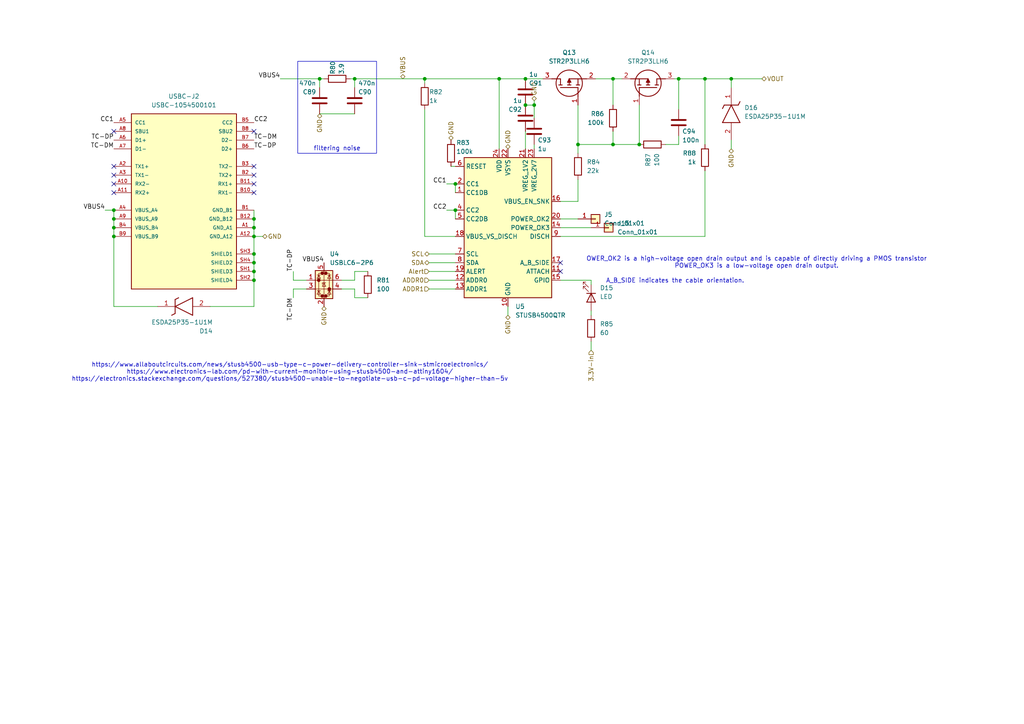
<source format=kicad_sch>
(kicad_sch (version 20250114) (generator "eeschema") (generator_version "9.0")
  (paper "A4")
  (lib_symbols
    (symbol "Connector_Generic:Conn_01x01" (pin_names (offset 1.016) (hide yes))
      (property "Reference" "J" (at 0 2.54 0))
      (property "Value" "Conn_01x01" (at 0 -2.54 0))
      (symbol "Conn_01x01_1_1"
        (rectangle (start -1.27 1.27) (end 1.27 -1.27) (stroke (width 0.254)) (fill (type background)))
        (rectangle (start -1.27 0.127) (end 0 -0.127) (stroke (width 0.1524)))
        (pin passive line (at -5.08 0 0) (length 3.81) (name "Pin_1") (number "1"))
      )
    )
    (symbol "Custom-Vincent:1054500101" (pin_names (offset 1.016))
      (property "Reference" "J" (at -15.24 26.162 0))
      (property "Value" "USBC-1054500101" (at -15.24 -27.94 0))
      (symbol "1054500101_0_0"
        (rectangle (start -15.24 -25.4) (end 15.24 25.4) (stroke (width 0.254)) (fill (type background)))
        (pin bidirectional line (at -20.32 22.86 0) (length 5.08) (name "CC1") (number "A5"))
        (pin bidirectional line (at -20.32 20.32 0) (length 5.08) (name "SBU1") (number "A8"))
        (pin bidirectional line (at -20.32 17.78 0) (length 5.08) (name "D1+") (number "A6"))
        (pin bidirectional line (at -20.32 15.24 0) (length 5.08) (name "D1-") (number "A7"))
        (pin bidirectional line (at -20.32 10.16 0) (length 5.08) (name "TX1+") (number "A2"))
        (pin bidirectional line (at -20.32 7.62 0) (length 5.08) (name "TX1-") (number "A3"))
        (pin bidirectional line (at -20.32 5.08 0) (length 5.08) (name "RX2-") (number "A10"))
        (pin bidirectional line (at -20.32 2.54 0) (length 5.08) (name "RX2+") (number "A11"))
        (pin power_in line (at -20.32 -2.54 0) (length 5.08) (name "VBUS_A4") (number "A4"))
        (pin power_in line (at -20.32 -5.08 0) (length 5.08) (name "VBUS_A9") (number "A9"))
        (pin power_in line (at -20.32 -7.62 0) (length 5.08) (name "VBUS_B4") (number "B4"))
        (pin power_in line (at -20.32 -10.16 0) (length 5.08) (name "VBUS_B9") (number "B9"))
        (pin bidirectional line (at 20.32 22.86 180) (length 5.08) (name "CC2") (number "B5"))
        (pin bidirectional line (at 20.32 20.32 180) (length 5.08) (name "SBU2") (number "B8"))
        (pin bidirectional line (at 20.32 17.78 180) (length 5.08) (name "D2-") (number "B7"))
        (pin bidirectional line (at 20.32 15.24 180) (length 5.08) (name "D2+") (number "B6"))
        (pin bidirectional line (at 20.32 10.16 180) (length 5.08) (name "TX2-") (number "B3"))
        (pin bidirectional line (at 20.32 7.62 180) (length 5.08) (name "TX2+") (number "B2"))
        (pin bidirectional line (at 20.32 5.08 180) (length 5.08) (name "RX1+") (number "B11"))
        (pin bidirectional line (at 20.32 2.54 180) (length 5.08) (name "RX1-") (number "B10"))
        (pin power_in line (at 20.32 -2.54 180) (length 5.08) (name "GND_B1") (number "B1"))
        (pin power_in line (at 20.32 -5.08 180) (length 5.08) (name "GND_B12") (number "B12"))
        (pin power_in line (at 20.32 -7.62 180) (length 5.08) (name "GND_A1") (number "A1"))
        (pin power_in line (at 20.32 -10.16 180) (length 5.08) (name "GND_A12") (number "A12"))
        (pin passive line (at 20.32 -15.24 180) (length 5.08) (name "SHIELD1") (number "SH3"))
        (pin passive line (at 20.32 -17.78 180) (length 5.08) (name "SHIELD2") (number "SH4"))
        (pin passive line (at 20.32 -20.32 180) (length 5.08) (name "SHIELD3") (number "SH1"))
        (pin passive line (at 20.32 -22.86 180) (length 5.08) (name "SHIELD4") (number "SH2"))
      )
    )
    (symbol "Custom-Vincent:ESDA25P35-1U1M" (pin_names (hide yes))
      (property "Reference" "D" (at 10.16 8.89 0))
      (property "Value" "ESDA25P35-1U1M" (at 10.16 6.35 0))
      (symbol "ESDA25P35-1U1M_1_1"
        (polyline (pts (xy 4.064 2.54) (xy 5.08 2.032)) (stroke (width 0.254)))
        (polyline (pts (xy 5.08 0) (xy 10.16 2.54)) (stroke (width 0.254)))
        (polyline (pts (xy 5.08 -2.032) (xy 5.08 2.032)) (stroke (width 0.254)))
        (polyline (pts (xy 5.08 -2.032) (xy 6.096 -2.54)) (stroke (width 0.254)))
        (polyline (pts (xy 10.16 -2.54) (xy 5.08 0)) (stroke (width 0.254)))
        (polyline (pts (xy 10.16 -2.54) (xy 10.16 2.54)) (stroke (width 0.254)))
        (pin passive line (at 0 0 0) (length 5.08) (name "K") (number "1"))
        (pin passive line (at 15.24 0 180) (length 5.08) (name "A") (number "2"))
      )
    )
    (symbol "Custom-Vincent:STR2P3LLH6" (pin_names (hide yes))
      (property "Reference" "Q" (at 11.43 3.81 0))
      (property "Value" "STR2P3LLH6" (at 11.43 1.27 0))
      (symbol "STR2P3LLH6_1_1"
        (polyline (pts (xy 2.54 0) (xy 5.08 0)) (stroke (width 0.254)))
        (polyline (pts (xy 5.08 5.08) (xy 5.08 0)) (stroke (width 0.254)))
        (polyline (pts (xy 5.842 5.588) (xy 5.842 4.572)) (stroke (width 0.254)))
        (polyline (pts (xy 5.842 2.032) (xy 5.842 3.048)) (stroke (width 0.254)))
        (polyline (pts (xy 5.842 0) (xy 7.62 0)) (stroke (width 0.254)))
        (polyline (pts (xy 5.842 -0.508) (xy 5.842 0.508)) (stroke (width 0.254)))
        (circle (center 6.35 2.54) (radius 3.81) (stroke (width 0.254)))
        (polyline (pts (xy 7.62 5.08) (xy 5.842 5.08)) (stroke (width 0.254)))
        (polyline (pts (xy 7.62 5.08) (xy 7.62 7.62)) (stroke (width 0.254)))
        (polyline (pts (xy 7.62 2.54) (xy 5.842 2.54)) (stroke (width 0.254)))
        (polyline (pts (xy 7.62 2.54) (xy 7.62 -2.54)) (stroke (width 0.254)))
        (polyline (pts (xy 7.62 2.54) (xy 6.604 3.048) (xy 6.604 2.032) (xy 7.62 2.54)) (stroke (width 0.254)) (fill (type outline)))
        (pin passive line (at 0 0 0) (length 2.54) (name "G") (number "1"))
        (pin passive line (at 7.62 10.16 270) (length 2.54) (name "D") (number "3"))
        (pin passive line (at 7.62 -5.08 90) (length 2.54) (name "S") (number "2"))
      )
    )
    (symbol "Device:C" (pin_numbers (hide yes)) (pin_names (offset 0.254))
      (property "Reference" "C" (at 0.635 2.54 0))
      (property "Value" "C" (at 0.635 -2.54 0))
      (symbol "C_0_1"
        (polyline (pts (xy -2.032 0.762) (xy 2.032 0.762)) (stroke (width 0.508)))
        (polyline (pts (xy -2.032 -0.762) (xy 2.032 -0.762)) (stroke (width 0.508)))
      )
      (symbol "C_1_1"
        (pin passive line (at 0 3.81 270) (length 2.794) (name "~") (number "1"))
        (pin passive line (at 0 -3.81 90) (length 2.794) (name "~") (number "2"))
      )
    )
    (symbol "Device:LED" (pin_numbers (hide yes)) (pin_names (offset 1.016) (hide yes))
      (property "Reference" "D" (at 0 2.54 0))
      (property "Value" "LED" (at 0 -2.54 0))
      (symbol "LED_0_1"
        (polyline (pts (xy -3.048 -0.762) (xy -4.572 -2.286) (xy -3.81 -2.286) (xy -4.572 -2.286) (xy -4.572 -1.524)))
        (polyline (pts (xy -1.778 -0.762) (xy -3.302 -2.286) (xy -2.54 -2.286) (xy -3.302 -2.286) (xy -3.302 -1.524)))
        (polyline (pts (xy -1.27 0) (xy 1.27 0)))
        (polyline (pts (xy -1.27 -1.27) (xy -1.27 1.27)) (stroke (width 0.254)))
        (polyline (pts (xy 1.27 -1.27) (xy 1.27 1.27) (xy -1.27 0) (xy 1.27 -1.27)) (stroke (width 0.254)))
      )
      (symbol "LED_1_1"
        (pin passive line (at -3.81 0 0) (length 2.54) (name "K") (number "1"))
        (pin passive line (at 3.81 0 180) (length 2.54) (name "A") (number "2"))
      )
    )
    (symbol "Device:R" (pin_numbers (hide yes)) (pin_names (offset 0))
      (property "Reference" "R" (at 2.032 0 90))
      (property "Value" "R" (at 0 0 90))
      (symbol "R_0_1"
        (rectangle (start -1.016 -2.54) (end 1.016 2.54) (stroke (width 0.254)))
      )
      (symbol "R_1_1"
        (pin passive line (at 0 3.81 270) (length 1.27) (name "~") (number "1"))
        (pin passive line (at 0 -3.81 90) (length 1.27) (name "~") (number "2"))
      )
    )
    (symbol "Interface_USB:STUSB4500QTR"
      (property "Reference" "U" (at -12.7 21.59 0))
      (property "Value" "STUSB4500QTR" (at 8.89 -21.59 0))
      (symbol "STUSB4500QTR_0_1"
        (rectangle (start -12.7 20.32) (end 12.7 -20.32) (stroke (width 0.254)) (fill (type background)))
      )
      (symbol "STUSB4500QTR_1_1"
        (pin input line (at -15.24 17.78 0) (length 2.54) (name "RESET") (number "6"))
        (pin bidirectional line (at -15.24 12.7 0) (length 2.54) (name "CC1") (number "2"))
        (pin bidirectional line (at -15.24 10.16 0) (length 2.54) (name "CC1DB") (number "1"))
        (pin bidirectional line (at -15.24 5.08 0) (length 2.54) (name "CC2") (number "4"))
        (pin bidirectional line (at -15.24 2.54 0) (length 2.54) (name "CC2DB") (number "5"))
        (pin input line (at -15.24 -2.54 0) (length 2.54) (name "VBUS_VS_DISCH") (number "18"))
        (pin input line (at -15.24 -7.62 0) (length 2.54) (name "SCL") (number "7"))
        (pin bidirectional line (at -15.24 -10.16 0) (length 2.54) (name "SDA") (number "8"))
        (pin open_collector line (at -15.24 -12.7 0) (length 2.54) (name "ALERT") (number "19"))
        (pin input line (at -15.24 -15.24 0) (length 2.54) (name "ADDR0") (number "12"))
        (pin input line (at -15.24 -17.78 0) (length 2.54) (name "ADDR1") (number "13"))
        (pin no_connect line (at -12.7 15.24 0) (length 2.54) (hide yes) (name "NC") (number "3"))
        (pin power_in line (at -2.54 22.86 270) (length 2.54) (name "VDD") (number "24"))
        (pin power_in line (at 0 22.86 270) (length 2.54) (name "VSYS") (number "22"))
        (pin power_in line (at 0 -22.86 90) (length 2.54) (name "GND") (number "10"))
        (pin passive line (at 0 -22.86 90) (length 2.54) (hide yes) (name "GND") (number "25"))
        (pin power_out line (at 5.08 22.86 270) (length 2.54) (name "VREG_1V2") (number "21"))
        (pin power_out line (at 7.62 22.86 270) (length 2.54) (name "VREG_2V7") (number "23"))
        (pin open_collector line (at 15.24 7.62 180) (length 2.54) (name "VBUS_EN_SNK") (number "16"))
        (pin open_collector line (at 15.24 2.54 180) (length 2.54) (name "POWER_OK2") (number "20"))
        (pin open_collector line (at 15.24 0 180) (length 2.54) (name "POWER_OK3") (number "14"))
        (pin bidirectional line (at 15.24 -2.54 180) (length 2.54) (name "DISCH") (number "9"))
        (pin open_collector line (at 15.24 -10.16 180) (length 2.54) (name "A_B_SIDE") (number "17"))
        (pin open_collector line (at 15.24 -12.7 180) (length 2.54) (name "ATTACH") (number "11"))
        (pin open_collector line (at 15.24 -15.24 180) (length 2.54) (name "GPIO") (number "15"))
      )
    )
    (symbol "Power_Protection:USBLC6-2P6" (pin_names (hide yes))
      (property "Reference" "U" (at 0.635 5.715 0))
      (property "Value" "USBLC6-2P6" (at 0.635 3.81 0))
      (symbol "USBLC6-2P6_0_0"
        (circle (center -1.524 0) (radius 0.0001) (stroke (width 0.508)))
        (circle (center -0.508 2.032) (radius 0.0001) (stroke (width 0.508)))
        (circle (center -0.508 -4.572) (radius 0.0001) (stroke (width 0.508)))
        (circle (center 0.508 2.032) (radius 0.0001) (stroke (width 0.508)))
        (circle (center 0.508 -4.572) (radius 0.0001) (stroke (width 0.508)))
        (circle (center 1.524 -2.54) (radius 0.0001) (stroke (width 0.508)))
      )
      (symbol "USBLC6-2P6_0_1"
        (polyline (pts (xy -2.54 0) (xy 2.54 0)))
        (polyline (pts (xy -2.54 -2.54) (xy 2.54 -2.54)))
        (polyline (pts (xy -2.032 0.508) (xy -1.016 0.508) (xy -1.524 1.524) (xy -2.032 0.508)))
        (polyline (pts (xy -2.032 -3.048) (xy -1.016 -3.048)))
        (polyline (pts (xy -1.016 1.524) (xy -2.032 1.524)))
        (polyline (pts (xy -1.016 -4.064) (xy -2.032 -4.064) (xy -1.524 -3.048) (xy -1.016 -4.064)))
        (polyline (pts (xy -0.508 -1.143) (xy -0.508 -0.762) (xy 0.508 -0.762)))
        (polyline (pts (xy 0 2.54) (xy -0.508 2.032) (xy 0.508 2.032) (xy 0 1.524) (xy 0 -4.064) (xy -0.508 -4.572) (xy 0.508 -4.572) (xy 0 -5.08)))
        (polyline (pts (xy 0.508 -1.778) (xy -0.508 -1.778) (xy 0 -0.762) (xy 0.508 -1.778)))
        (polyline (pts (xy 1.016 1.524) (xy 2.032 1.524)))
        (polyline (pts (xy 1.016 -3.048) (xy 2.032 -3.048)))
        (polyline (pts (xy 2.032 0.508) (xy 1.016 0.508) (xy 1.524 1.524) (xy 2.032 0.508)))
        (polyline (pts (xy 2.032 -4.064) (xy 1.016 -4.064) (xy 1.524 -3.048) (xy 2.032 -4.064)))
      )
      (symbol "USBLC6-2P6_1_1"
        (rectangle (start -2.54 2.794) (end 2.54 -5.334) (stroke (width 0.254)) (fill (type background)))
        (polyline (pts (xy -0.508 2.032) (xy -1.524 2.032) (xy -1.524 -4.572) (xy -0.508 -4.572)))
        (polyline (pts (xy 0.508 -4.572) (xy 1.524 -4.572) (xy 1.524 2.032) (xy 0.508 2.032)))
        (pin passive line (at -5.08 0 0) (length 2.54) (name "I/O1") (number "1"))
        (pin passive line (at -5.08 -2.54 0) (length 2.54) (name "I/O2") (number "3"))
        (pin passive line (at 0 5.08 270) (length 2.54) (name "VBUS") (number "5"))
        (pin passive line (at 0 -7.62 90) (length 2.54) (name "GND") (number "2"))
        (pin passive line (at 5.08 0 180) (length 2.54) (name "I/O1") (number "6"))
        (pin passive line (at 5.08 -2.54 180) (length 2.54) (name "I/O2") (number "4"))
      )
    )
  )
  (rectangle (start 86.36 17.78) (end 109.22 44.45))
  (text "OWER_OK2 is a high-voltage open drain output and is capable of directly driving a PMOS transistor\nPOWER_OK3 is a low-voltage open drain output." (at 219.456 76.2 0) (effects (font (size 1.27 1.27))))
  (text "https://www.allaboutcircuits.com/news/stusb4500-usb-type-c-power-delivery-controller-sink-stmicroelectronics/\nhttps://www.electronics-lab.com/pd-with-current-monitor-using-stusb4500-and-attiny1604/\nhttps://electronics.stackexchange.com/questions/527380/stusb4500-unable-to-negotiate-usb-c-pd-voltage-higher-than-5v" (at 84.074 107.95 0) (effects (font (size 1.27 1.27))))
  (text "A_B_SIDE indicates the cable orientation." (at 195.834 81.534 0) (effects (font (size 1.27 1.27))))
  (text "filtering noise" (at 97.79 43.18 0) (effects (font (size 1.27 1.27))))
  (junction (at 33.02 60.96))
  (junction (at 33.02 66.04))
  (junction (at 132.08 60.96))
  (junction (at 212.09 22.86))
  (junction (at 73.66 63.5))
  (junction (at 152.4 30.48))
  (junction (at 102.87 22.86))
  (junction (at 154.94 30.48))
  (junction (at 73.66 76.2))
  (junction (at 33.02 68.58))
  (junction (at 196.85 22.86))
  (junction (at 73.66 68.58))
  (junction (at 73.66 78.74))
  (junction (at 144.78 22.86))
  (junction (at 177.8 22.86))
  (junction (at 92.71 22.86))
  (junction (at 73.66 81.28))
  (junction (at 185.42 41.91))
  (junction (at 167.64 41.91))
  (junction (at 73.66 73.66))
  (junction (at 123.19 22.86))
  (junction (at 132.08 53.34))
  (junction (at 177.8 41.91))
  (junction (at 33.02 63.5))
  (junction (at 204.47 22.86))
  (junction (at 152.4 22.86))
  (junction (at 73.66 66.04))
  (no_connect (at 33.02 53.34))
  (no_connect (at 162.56 76.2))
  (no_connect (at 33.02 50.8))
  (no_connect (at 162.56 78.74))
  (no_connect (at 73.66 53.34))
  (no_connect (at 33.02 48.26))
  (no_connect (at 73.66 48.26))
  (no_connect (at 73.66 38.1))
  (no_connect (at 33.02 38.1))
  (no_connect (at 33.02 55.88))
  (no_connect (at 73.66 50.8))
  (no_connect (at 73.66 55.88))
  (wire (pts (xy 123.19 68.58) (xy 123.19 31.75)))
  (wire (pts (xy 144.78 22.86) (xy 152.4 22.86)))
  (wire (pts (xy 144.78 22.86) (xy 123.19 22.86)))
  (wire (pts (xy 212.09 22.86) (xy 204.47 22.86)))
  (wire (pts (xy 88.9 81.28) (xy 85.09 81.28)))
  (wire (pts (xy 33.02 60.96) (xy 33.02 63.5)))
  (wire (pts (xy 154.94 41.91) (xy 154.94 43.18)))
  (wire (pts (xy 144.78 43.18) (xy 144.78 22.86)))
  (wire (pts (xy 162.56 58.42) (xy 167.64 58.42)))
  (wire (pts (xy 102.87 25.4) (xy 102.87 22.86)))
  (wire (pts (xy 167.64 30.48) (xy 167.64 41.91)))
  (wire (pts (xy 124.46 81.28) (xy 132.08 81.28)))
  (wire (pts (xy 45.72 88.9) (xy 33.02 88.9)))
  (wire (pts (xy 204.47 22.86) (xy 204.47 41.91)))
  (wire (pts (xy 73.66 78.74) (xy 73.66 81.28)))
  (wire (pts (xy 196.85 41.91) (xy 196.85 39.37)))
  (wire (pts (xy 92.71 22.86) (xy 93.98 22.86)))
  (wire (pts (xy 30.48 60.96) (xy 33.02 60.96)))
  (wire (pts (xy 171.45 82.55) (xy 171.45 81.28)))
  (wire (pts (xy 102.87 81.28) (xy 102.87 78.74)))
  (wire (pts (xy 132.08 53.34) (xy 132.08 55.88)))
  (wire (pts (xy 73.66 76.2) (xy 73.66 78.74)))
  (wire (pts (xy 147.32 91.44) (xy 147.32 88.9)))
  (wire (pts (xy 220.98 22.86) (xy 212.09 22.86)))
  (wire (pts (xy 102.87 78.74) (xy 106.68 78.74)))
  (wire (pts (xy 154.94 29.21) (xy 154.94 30.48)))
  (wire (pts (xy 185.42 30.48) (xy 185.42 41.91)))
  (wire (pts (xy 123.19 22.86) (xy 123.19 24.13)))
  (wire (pts (xy 99.06 83.82) (xy 102.87 83.82)))
  (wire (pts (xy 92.71 33.02) (xy 102.87 33.02)))
  (wire (pts (xy 81.28 22.86) (xy 92.71 22.86)))
  (wire (pts (xy 132.08 60.96) (xy 132.08 63.5)))
  (wire (pts (xy 162.56 63.5) (xy 167.64 63.5)))
  (wire (pts (xy 154.94 30.48) (xy 154.94 34.29)))
  (wire (pts (xy 129.54 53.34) (xy 132.08 53.34)))
  (wire (pts (xy 99.06 81.28) (xy 102.87 81.28)))
  (wire (pts (xy 129.54 60.96) (xy 132.08 60.96)))
  (wire (pts (xy 162.56 66.04) (xy 171.45 66.04)))
  (wire (pts (xy 172.72 22.86) (xy 177.8 22.86)))
  (wire (pts (xy 177.8 22.86) (xy 177.8 30.48)))
  (wire (pts (xy 177.8 41.91) (xy 185.42 41.91)))
  (wire (pts (xy 102.87 83.82) (xy 102.87 86.36)))
  (wire (pts (xy 33.02 88.9) (xy 33.02 68.58)))
  (wire (pts (xy 88.9 83.82) (xy 85.09 83.82)))
  (wire (pts (xy 212.09 25.4) (xy 212.09 22.86)))
  (wire (pts (xy 102.87 22.86) (xy 123.19 22.86)))
  (wire (pts (xy 73.66 63.5) (xy 73.66 66.04)))
  (wire (pts (xy 171.45 91.44) (xy 171.45 90.17)))
  (wire (pts (xy 152.4 30.48) (xy 154.94 30.48)))
  (wire (pts (xy 85.09 81.28) (xy 85.09 78.74)))
  (wire (pts (xy 204.47 22.86) (xy 196.85 22.86)))
  (wire (pts (xy 101.6 22.86) (xy 102.87 22.86)))
  (wire (pts (xy 124.46 78.74) (xy 132.08 78.74)))
  (wire (pts (xy 33.02 66.04) (xy 33.02 68.58)))
  (wire (pts (xy 180.34 22.86) (xy 177.8 22.86)))
  (wire (pts (xy 92.71 25.4) (xy 92.71 22.86)))
  (wire (pts (xy 167.64 58.42) (xy 167.64 52.07)))
  (wire (pts (xy 73.66 73.66) (xy 73.66 76.2)))
  (wire (pts (xy 124.46 83.82) (xy 132.08 83.82)))
  (wire (pts (xy 204.47 68.58) (xy 162.56 68.58)))
  (wire (pts (xy 33.02 63.5) (xy 33.02 66.04)))
  (wire (pts (xy 102.87 86.36) (xy 106.68 86.36)))
  (wire (pts (xy 73.66 66.04) (xy 73.66 68.58)))
  (wire (pts (xy 171.45 81.28) (xy 162.56 81.28)))
  (wire (pts (xy 132.08 68.58) (xy 123.19 68.58)))
  (wire (pts (xy 124.46 76.2) (xy 132.08 76.2)))
  (wire (pts (xy 171.45 101.6) (xy 171.45 99.06)))
  (wire (pts (xy 152.4 22.86) (xy 157.48 22.86)))
  (wire (pts (xy 152.4 38.1) (xy 152.4 43.18)))
  (wire (pts (xy 196.85 22.86) (xy 196.85 31.75)))
  (wire (pts (xy 167.64 41.91) (xy 177.8 41.91)))
  (wire (pts (xy 177.8 41.91) (xy 177.8 38.1)))
  (wire (pts (xy 85.09 83.82) (xy 85.09 86.36)))
  (wire (pts (xy 130.81 48.26) (xy 132.08 48.26)))
  (wire (pts (xy 167.64 41.91) (xy 167.64 44.45)))
  (wire (pts (xy 124.46 73.66) (xy 132.08 73.66)))
  (wire (pts (xy 73.66 60.96) (xy 73.66 63.5)))
  (wire (pts (xy 60.96 88.9) (xy 73.66 88.9)))
  (wire (pts (xy 73.66 88.9) (xy 73.66 81.28)))
  (wire (pts (xy 73.66 68.58) (xy 76.2 68.58)))
  (wire (pts (xy 193.04 41.91) (xy 196.85 41.91)))
  (wire (pts (xy 196.85 22.86) (xy 195.58 22.86)))
  (wire (pts (xy 212.09 40.64) (xy 212.09 43.18)))
  (wire (pts (xy 73.66 68.58) (xy 73.66 73.66)))
  (wire (pts (xy 204.47 49.53) (xy 204.47 68.58)))
  (label "CC2" (at 129.54 60.96 180))
  (label "CC2" (at 73.66 35.56 0))
  (label "TC-DM" (at 33.02 43.18 180))
  (label "CC1" (at 33.02 35.56 180))
  (label "TC-DP" (at 73.66 43.18 0))
  (label "CC1" (at 129.54 53.34 180))
  (label "VBUS4" (at 81.28 22.86 180))
  (label "VBUS4" (at 93.98 76.2 180))
  (label "TC-DP" (at 85.09 78.74 90))
  (label "TC-DP" (at 33.02 40.64 180))
  (label "VBUS4" (at 30.48 60.96 180))
  (label "TC-DM" (at 73.66 40.64 0))
  (label "TC-DM" (at 85.09 86.36 270))
  (hierarchical_label "SCL" (shape bidirectional) (at 124.46 73.66 180))
  (hierarchical_label "GND" (shape bidirectional) (at 93.98 88.9 270))
  (hierarchical_label "SDA" (shape bidirectional) (at 124.46 76.2 180))
  (hierarchical_label "Alert" (shape input) (at 124.46 78.74 180))
  (hierarchical_label "GND" (shape bidirectional) (at 154.94 29.21 90))
  (hierarchical_label "ADDR1" (shape input) (at 124.46 83.82 180))
  (hierarchical_label "GND" (shape bidirectional) (at 212.09 43.18 270))
  (hierarchical_label "VOUT" (shape bidirectional) (at 220.98 22.86 0))
  (hierarchical_label "3.3V-in" (shape input) (at 171.45 101.6 270))
  (hierarchical_label "GND" (shape bidirectional) (at 130.81 40.64 90))
  (hierarchical_label "GND" (shape bidirectional) (at 76.2 68.58 0))
  (hierarchical_label "ADDR0" (shape input) (at 124.46 81.28 180))
  (hierarchical_label "GND" (shape bidirectional) (at 147.32 43.18 90))
  (hierarchical_label "GND" (shape bidirectional) (at 147.32 91.44 270))
  (hierarchical_label "VBUS" (shape bidirectional) (at 116.84 22.86 90))
  (hierarchical_label "GND" (shape bidirectional) (at 92.71 33.02 270))
  (symbol (lib_id "Device:R") (at 130.81 44.45 0) (unit 1)
    (property "Reference" "R83" (at 132.334 41.402 0) (effects (justify left)))
    (property "Value" "100k" (at 132.334 43.942 0) (effects (justify left)))
    (property "Footprint" "Resistor_SMD:R_0603_1608Metric_Pad0.98x0.95mm_HandSolder" (effects (hide yes)))
    (property "Description" "Resistor" (effects (hide yes)))
    (property "Mouser Part Number" "603-RC0603FR-07100KL" (effects (hide yes)))
    (property "Number-JLCPCB" "C14675" (effects (hide yes)))
  )
  (symbol (lib_id "Connector_Generic:Conn_01x01") (at 172.72 63.5 0) (unit 1)
    (property "Reference" "J5" (at 175.26 62.2299 0) (effects (justify left)))
    (property "Value" "Conn_01x01" (at 175.26 64.7699 0) (effects (justify left)))
    (property "Footprint" "Connector_PinHeader_2.54mm:PinHeader_1x01_P2.54mm_Vertical" (effects (hide yes)))
    (property "Description" "Generic connector, single row, 01x01, script generated (kicad-library-utils/schlib/autogen/connector/)" (effects (hide yes)))
    (property "Mouser Part Number" "PZ254V-11-01P" (effects (hide yes)))
    (property "Number-JLCPCB" "C492400" (effects (hide yes)))
  )
  (symbol (lib_id "Custom-Vincent:STR2P3LLH6") (at 185.42 30.48 270) (mirror x) (unit 1)
    (property "Reference" "Q14" (at 187.96 15.24 90))
    (property "Value" "STR2P3LLH6" (at 187.96 17.78 90))
    (property "Footprint" "Custom-Vincent:SOT95P255X140-3N" (effects (hide yes)))
    (property "Datasheet" "https://www.st.com/resource/en/datasheet/str2p3llh6.pdf" (effects (hide yes)))
    (property "Description" "P-channel -30 V, 48 m typ., -2 A STripFET H6 Power MOSFET in a SOT23 package" (effects (hide yes)))
    (property "Height" "1.4" (effects (hide yes)))
    (property "Mouser Part Number" "511-STR2P3LLH6" (effects (hide yes)))
    (property "Mouser Price/Stock" "https://www.mouser.co.uk/ProductDetail/STMicroelectronics/STR2P3LLH6?qs=DqCdCwOw4%2F6LfYTzckMRxw%3D%3D" (effects (hide yes)))
    (property "Manufacturer_Name" "STMicroelectronics" (effects (hide yes)))
    (property "Manufacturer_Part_Number" "STR2P3LLH6" (effects (hide yes)))
    (property "Number-JLCPCB" "C3040112" (effects (hide yes)))
  )
  (symbol (lib_id "Device:R") (at 97.79 22.86 90) (unit 1)
    (property "Reference" "R80" (at 96.52 21.59 0) (effects (justify left)))
    (property "Value" "3.9" (at 99.06 21.59 0) (effects (justify left)))
    (property "Footprint" "Resistor_SMD:R_1206_3216Metric_Pad1.30x1.75mm_HandSolder" (effects (hide yes)))
    (property "Datasheet" "https://www.mouser.fr/ProductDetail/Vishay/CRCW12063R90JNEA?qs=RBLAFTxbykx6FwOAglFQuA%3D%3D" (effects (hide yes)))
    (property "Description" "Resistor" (effects (hide yes)))
    (property "Mouser Part Number" "1206W4F390KT5E" (effects (hide yes)))
    (property "Number-JLCPCB" "C74090" (effects (hide yes)))
  )
  (symbol (lib_id "Device:C") (at 102.87 29.21 0) (mirror y) (unit 1)
    (property "Reference" "C90" (at 103.886 26.67 0) (effects (justify right)))
    (property "Value" "470n" (at 103.886 24.13 0) (effects (justify right)))
    (property "Footprint" "Capacitor_SMD:C_0805_2012Metric_Pad1.18x1.45mm_HandSolder" (effects (hide yes)))
    (property "Description" "Unpolarized capacitor" (effects (hide yes)))
    (property "Mouser Part Number" "80-C0805C474M3PACTU" (effects (hide yes)))
    (property "Number-JLCPCB" "C2271305" (effects (hide yes)))
  )
  (symbol (lib_id "Connector_Generic:Conn_01x01") (at 176.53 66.04 0) (unit 1)
    (property "Reference" "J15" (at 179.07 64.7699 0) (effects (justify left)))
    (property "Value" "Conn_01x01" (at 179.07 67.3099 0) (effects (justify left)))
    (property "Footprint" "Connector_PinHeader_2.54mm:PinHeader_1x01_P2.54mm_Vertical" (effects (hide yes)))
    (property "Description" "Generic connector, single row, 01x01, script generated (kicad-library-utils/schlib/autogen/connector/)" (effects (hide yes)))
    (property "Mouser Part Number" "PZ254V-11-01P" (effects (hide yes)))
    (property "Number-JLCPCB" "C492400" (effects (hide yes)))
  )
  (symbol (lib_id "Device:C") (at 152.4 26.67 0) (mirror y) (unit 1)
    (property "Reference" "C91" (at 153.416 24.13 0) (effects (justify right)))
    (property "Value" "1u" (at 153.416 21.59 0) (effects (justify right)))
    (property "Footprint" "Capacitor_SMD:C_0603_1608Metric_Pad1.08x0.95mm_HandSolder" (effects (hide yes)))
    (property "Description" "Unpolarized capacitor" (effects (hide yes)))
    (property "Mouser Part Number" "GRM188R71E105KA12D" (effects (hide yes)))
    (property "Number-JLCPCB" "C86020" (effects (hide yes)))
  )
  (symbol (lib_id "Device:C") (at 196.85 35.56 180) (unit 1)
    (property "Reference" "C94" (at 197.866 38.1 0) (effects (justify right)))
    (property "Value" "100n" (at 197.866 40.64 0) (effects (justify right)))
    (property "Footprint" "Capacitor_SMD:C_0603_1608Metric_Pad1.08x0.95mm_HandSolder" (effects (hide yes)))
    (property "Description" "Unpolarized capacitor" (effects (hide yes)))
    (property "Mouser Part Number" "GRM188R71E104KA01D" (effects (hide yes)))
    (property "Number-JLCPCB" "C77050" (effects (hide yes)))
  )
  (symbol (lib_id "Device:R") (at 177.8 34.29 0) (mirror y) (unit 1)
    (property "Reference" "R86" (at 175.26 33.0199 0) (effects (justify left)))
    (property "Value" "100k" (at 175.26 35.5599 0) (effects (justify left)))
    (property "Footprint" "Resistor_SMD:R_0603_1608Metric_Pad0.98x0.95mm_HandSolder" (effects (hide yes)))
    (property "Description" "Resistor" (effects (hide yes)))
    (property "Mouser Part Number" "603-RC0603FR-07100KL" (effects (hide yes)))
    (property "Number-JLCPCB" "C14675" (effects (hide yes)))
  )
  (symbol (lib_id "Device:R") (at 189.23 41.91 90) (mirror x) (unit 1)
    (property "Reference" "R87" (at 187.9599 44.45 0) (effects (justify left)))
    (property "Value" "100" (at 190.4999 44.45 0) (effects (justify left)))
    (property "Footprint" "Resistor_SMD:R_0603_1608Metric_Pad0.98x0.95mm_HandSolder" (effects (hide yes)))
    (property "Description" "Resistor" (effects (hide yes)))
    (property "Mouser Part Number" "CRCW0603100RJNEAHP" (effects (hide yes)))
    (property "Number-JLCPCB" "C4264306" (effects (hide yes)))
  )
  (symbol (lib_id "Custom-Vincent:STR2P3LLH6") (at 167.64 30.48 90) (unit 1)
    (property "Reference" "Q13" (at 165.1 15.24 90))
    (property "Value" "STR2P3LLH6" (at 165.1 17.78 90))
    (property "Footprint" "Custom-Vincent:SOT95P255X140-3N" (effects (hide yes)))
    (property "Datasheet" "https://www.st.com/resource/en/datasheet/str2p3llh6.pdf" (effects (hide yes)))
    (property "Description" "P-channel -30 V, 48 m typ., -2 A STripFET H6 Power MOSFET in a SOT23 package" (effects (hide yes)))
    (property "Height" "1.4" (effects (hide yes)))
    (property "Mouser Part Number" "511-STR2P3LLH6" (effects (hide yes)))
    (property "Mouser Price/Stock" "https://www.mouser.co.uk/ProductDetail/STMicroelectronics/STR2P3LLH6?qs=DqCdCwOw4%2F6LfYTzckMRxw%3D%3D" (effects (hide yes)))
    (property "Manufacturer_Name" "STMicroelectronics" (effects (hide yes)))
    (property "Manufacturer_Part_Number" "STR2P3LLH6" (effects (hide yes)))
    (property "Number-JLCPCB" "C3040112" (effects (hide yes)))
  )
  (symbol (lib_id "Device:R") (at 167.64 48.26 0) (unit 1)
    (property "Reference" "R84" (at 170.18 46.9899 0) (effects (justify left)))
    (property "Value" "22k" (at 170.18 49.5299 0) (effects (justify left)))
    (property "Footprint" "Resistor_SMD:R_0603_1608Metric_Pad0.98x0.95mm_HandSolder" (effects (hide yes)))
    (property "Description" "Resistor" (effects (hide yes)))
    (property "Number-JLCPCB" "C23344" (effects (hide yes)))
    (property "Mouser Part Number" "0603WAJ0223T5E" (effects (hide yes)))
  )
  (symbol (lib_id "Custom-Vincent:ESDA25P35-1U1M") (at 45.72 88.9 0) (mirror x) (unit 1)
    (property "Reference" "D14" (at 61.722 96.012 0) (effects (justify right)))
    (property "Value" "ESDA25P35-1U1M" (at 61.722 93.472 0) (effects (justify right)))
    (property "Footprint" "Custom-Vincent:ESDA25P351U1M" (effects (hide yes)))
    (property "Datasheet" "https://www.st.com/resource/en/datasheet/esda20p50-1u1m.pdf" (effects (hide yes)))
    (property "Description" "STMicroelectronics ESDA25P35-1U1M, Uni-Directional TVS Diode, 1400W, 2-Pin QFN" (effects (hide yes)))
    (property "Height" "0.6" (effects (hide yes)))
    (property "Mouser Part Number" "511-ESDA25P35-1U1M" (effects (hide yes)))
    (property "Mouser Price/Stock" "https://www.mouser.co.uk/ProductDetail/STMicroelectronics/ESDA25P35-1U1M?qs=aVyJF2WnouQUWqgNP85ZrA%3D%3D" (effects (hide yes)))
    (property "Manufacturer_Name" "STMicroelectronics" (effects (hide yes)))
    (property "Manufacturer_Part_Number" "ESDA25P35-1U1M" (effects (hide yes)))
    (property "Number-JLCPCB" "C1974707" (effects (hide yes)))
  )
  (symbol (lib_id "Device:R") (at 204.47 45.72 0) (mirror y) (unit 1)
    (property "Reference" "R88" (at 201.93 44.4499 0) (effects (justify left)))
    (property "Value" "1k" (at 201.93 46.9899 0) (effects (justify left)))
    (property "Footprint" "Resistor_SMD:R_0603_1608Metric_Pad0.98x0.95mm_HandSolder" (effects (hide yes)))
    (property "Description" "Resistor" (effects (hide yes)))
    (property "Mouser Part Number" "CRCW06031K00JNEA" (effects (hide yes)))
    (property "Number-JLCPCB" "C844748" (effects (hide yes)))
  )
  (symbol (lib_id "Custom-Vincent:1054500101") (at 53.34 58.42 0) (unit 1)
    (property "Reference" "USBC-J2" (at 53.34 27.94 0))
    (property "Value" "USBC-1054500101" (at 53.34 30.48 0))
    (property "Footprint" "Custom-Vincent:USB-C_MOLEX_1054500101" (effects (hide yes)))
    (property "MF" "Molex" (effects (hide yes)))
    (property "OPTION" "MOLEX_CONFIG" (effects (hide yes)))
    (property "Package" "None" (effects (hide yes)))
    (property "Price" "None" (effects (hide yes)))
    (property "Check_prices" "https://www.snapeda.com/parts/105450-0101/Molex/view-part/?ref=eda" (effects (hide yes)))
    (property "STANDARD" "Manufacturer Recommendations" (effects (hide yes)))
    (property "PARTREV" "A7" (effects (hide yes)))
    (property "SnapEDA_Link" "https://www.snapeda.com/parts/105450-0101/Molex/view-part/?ref=snap" (effects (hide yes)))
    (property "MP" "105450-0101" (effects (hide yes)))
    (property "Description_1" "USB Shielded I/O Receptacle,Type C,Right Angle,Surface Mount,Gold over Nickel | Molex Incorporated 105450-0101" (effects (hide yes)))
    (property "MANUFACTURER" "Molex" (effects (hide yes)))
    (property "Availability" "In Stock" (effects (hide yes)))
    (property "MAXIMUM_PACKAGE_HEIGHT" "3.24mm" (effects (hide yes)))
    (property "Part Number" "1054500101" (effects (hide yes)))
    (property "Mouser Part Number" "1054500101" (effects (hide yes)))
    (property "Number-JLCPCB" "C134092" (effects (hide yes)))
  )
  (symbol (lib_id "Device:R") (at 106.68 82.55 0) (unit 1)
    (property "Reference" "R81" (at 109.22 81.2799 0) (effects (justify left)))
    (property "Value" "100" (at 109.22 83.8199 0) (effects (justify left)))
    (property "Footprint" "Resistor_SMD:R_0603_1608Metric_Pad0.98x0.95mm_HandSolder" (effects (hide yes)))
    (property "Description" "Resistor" (effects (hide yes)))
    (property "Mouser Part Number" "CRCW0603100RJNEAHP" (effects (hide yes)))
    (property "Number-JLCPCB" "C4264306" (effects (hide yes)))
  )
  (symbol (lib_id "Power_Protection:USBLC6-2P6") (at 93.98 81.28 0) (unit 1)
    (property "Reference" "U4" (at 95.6311 73.66 0) (effects (justify left)))
    (property "Value" "USBLC6-2P6" (at 95.6311 76.2 0) (effects (justify left)))
    (property "Footprint" "Package_TO_SOT_SMD:SOT-666" (effects (hide yes)))
    (property "Datasheet" "https://www.st.com/resource/en/datasheet/usblc6-2.pdf" (effects (hide yes)))
    (property "Description" "Very low capacitance ESD protection diode, 2 data-line, SOT-666" (effects (hide yes)))
    (property "Number-JLCPCB" "C15999" (effects (hide yes)))
  )
  (symbol (lib_id "Device:C") (at 152.4 34.29 0) (unit 1)
    (property "Reference" "C92" (at 151.384 31.75 0) (effects (justify right)))
    (property "Value" "1u" (at 151.384 29.21 0) (effects (justify right)))
    (property "Footprint" "Capacitor_SMD:C_0603_1608Metric_Pad1.08x0.95mm_HandSolder" (effects (hide yes)))
    (property "Description" "Unpolarized capacitor" (effects (hide yes)))
    (property "Mouser Part Number" "GRM188R71E105KA12D" (effects (hide yes)))
    (property "Number-JLCPCB" "C86020" (effects (hide yes)))
  )
  (symbol (lib_id "Interface_USB:STUSB4500QTR") (at 147.32 66.04 0) (unit 1)
    (property "Reference" "U5" (at 149.4633 88.9 0) (effects (justify left)))
    (property "Value" "STUSB4500QTR" (at 149.4633 91.44 0) (effects (justify left)))
    (property "Footprint" "Package_DFN_QFN:QFN-24-1EP_4x4mm_P0.5mm_EP2.7x2.7mm" (effects (hide yes)))
    (property "Datasheet" "https://www.st.com/resource/en/datasheet/stusb4500.pdf" (effects (hide yes)))
    (property "Description" "Stand-alone USB PD controller (with sink Auto-run mode), QFN-24" (effects (hide yes)))
    (property "Mouser Part Number" "511-STUSB4500QTR " (effects (hide yes)))
    (property "Number-JLCPCB" "C2678061" (effects (hide yes)))
  )
  (symbol (lib_id "Device:R") (at 123.19 27.94 0) (unit 1)
    (property "Reference" "R82" (at 124.46 26.67 0) (effects (justify left)))
    (property "Value" "1k" (at 124.46 29.21 0) (effects (justify left)))
    (property "Footprint" "Resistor_SMD:R_0603_1608Metric_Pad0.98x0.95mm_HandSolder" (effects (hide yes)))
    (property "Description" "Resistor" (effects (hide yes)))
    (property "Mouser Part Number" "CRCW06031K00JNEA" (effects (hide yes)))
    (property "Number-JLCPCB" "C844748" (effects (hide yes)))
  )
  (symbol (lib_id "Device:C") (at 92.71 29.21 0) (unit 1)
    (property "Reference" "C89" (at 91.694 26.67 0) (effects (justify right)))
    (property "Value" "470n" (at 91.694 24.13 0) (effects (justify right)))
    (property "Footprint" "Capacitor_SMD:C_0805_2012Metric_Pad1.18x1.45mm_HandSolder" (effects (hide yes)))
    (property "Description" "Unpolarized capacitor" (effects (hide yes)))
    (property "Mouser Part Number" "80-C0805C474M3PACTU" (effects (hide yes)))
    (property "Number-JLCPCB" "C2271305" (effects (hide yes)))
  )
  (symbol (lib_id "Custom-Vincent:ESDA25P35-1U1M") (at 212.09 25.4 270) (unit 1)
    (property "Reference" "D16" (at 215.9 31.2419 90) (effects (justify left)))
    (property "Value" "ESDA25P35-1U1M" (at 215.9 33.7819 90) (effects (justify left)))
    (property "Footprint" "Custom-Vincent:ESDA25P351U1M" (effects (hide yes)))
    (property "Datasheet" "https://www.st.com/resource/en/datasheet/esda20p50-1u1m.pdf" (effects (hide yes)))
    (property "Description" "STMicroelectronics ESDA25P35-1U1M, Uni-Directional TVS Diode, 1400W, 2-Pin QFN" (effects (hide yes)))
    (property "Height" "0.6" (effects (hide yes)))
    (property "Mouser Part Number" "511-ESDA25P35-1U1M" (effects (hide yes)))
    (property "Mouser Price/Stock" "https://www.mouser.co.uk/ProductDetail/STMicroelectronics/ESDA25P35-1U1M?qs=aVyJF2WnouQUWqgNP85ZrA%3D%3D" (effects (hide yes)))
    (property "Manufacturer_Name" "STMicroelectronics" (effects (hide yes)))
    (property "Manufacturer_Part_Number" "ESDA25P35-1U1M" (effects (hide yes)))
    (property "Number-JLCPCB" "C1974707" (effects (hide yes)))
  )
  (symbol (lib_id "Device:C") (at 154.94 38.1 180) (unit 1)
    (property "Reference" "C93" (at 155.956 40.64 0) (effects (justify right)))
    (property "Value" "1u" (at 155.956 43.18 0) (effects (justify right)))
    (property "Footprint" "Capacitor_SMD:C_0603_1608Metric_Pad1.08x0.95mm_HandSolder" (effects (hide yes)))
    (property "Description" "Unpolarized capacitor" (effects (hide yes)))
    (property "Mouser Part Number" "GRM188R71E105KA12D" (effects (hide yes)))
    (property "Number-JLCPCB" "C86020" (effects (hide yes)))
  )
  (symbol (lib_id "Device:R") (at 171.45 95.25 0) (unit 1)
    (property "Reference" "R85" (at 173.99 93.9799 0) (effects (justify left)))
    (property "Value" "60" (at 173.99 96.5199 0) (effects (justify left)))
    (property "Footprint" "Resistor_SMD:R_0603_1608Metric_Pad0.98x0.95mm_HandSolder" (effects (hide yes)))
    (property "Description" "Resistor" (effects (hide yes)))
    (property "Number-JLCPCB" "C76816" (effects (hide yes)))
    (property "Mouser Part Number" "MPZ1608S600ATAH0" (effects (hide yes)))
  )
  (symbol (lib_id "Device:LED") (at 171.45 86.36 270) (unit 1)
    (property "Reference" "D15" (at 173.99 83.5024 90) (effects (justify left)))
    (property "Value" "LED" (at 173.99 86.0424 90) (effects (justify left)))
    (property "Footprint" "Diode_SMD:D_1206_3216Metric_Pad1.42x1.75mm_HandSolder" (effects (hide yes)))
    (property "Description" "Light emitting diode" (effects (hide yes)))
    (property "Sim.Pins" "1=K 2=A" (effects (hide yes)))
    (property "Mouser Part Number" "APTR3216SGC | LTST-C150TBKT" (effects (hide yes)))
    (property "Number-JLCPCB" "C125088" (effects (hide yes)))
  )
)
</source>
